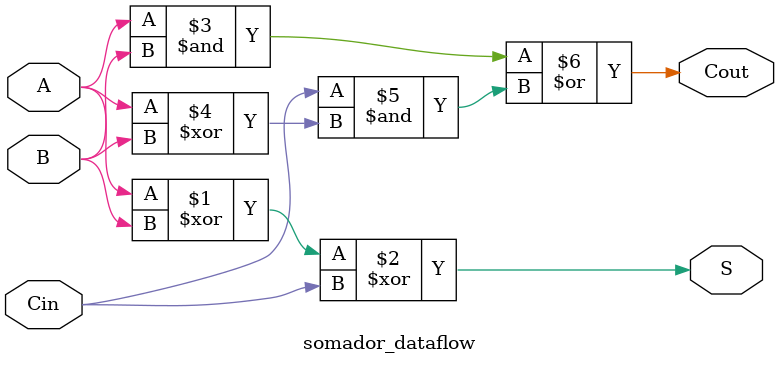
<source format=v>
module somador_dataflow(
	output S,
	output Cout,
	input A,
	input B,
	input Cin);
	assign S = A ^ B ^ Cin;
	assign Cout = A & B | Cin & (A ^ B);
endmodule

</source>
